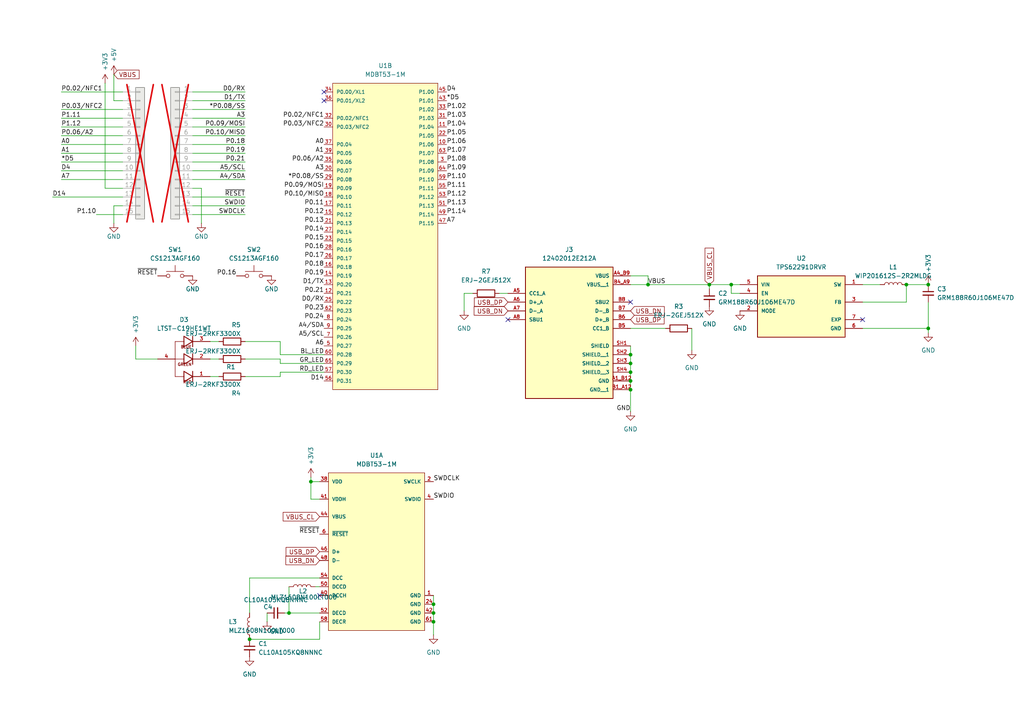
<source format=kicad_sch>
(kicad_sch (version 20231120) (generator "eeschema") (generator_version "8.0")
  (paper "A4")
  (title_block (date "2024-10-20"))
  (lib_symbols
    (symbol "12402012E212A:12402012E212A" (pin_names (offset 1.016))
      (property "Reference" "J" (at -12.7 13.462 0))
      (property "Value" "12402012E212A" (at -12.7 -26.162 0))
      (symbol "12402012E212A_0_0"
        (rectangle (start -12.7 -25.4) (end 12.7 12.7) (stroke (width 0.254)) (fill (type background)))
        (pin power_in line (at 17.78 -20.32 180) (length 5.08) (name "GND") (number "A1_B12"))
        (pin power_in line (at 17.78 10.16 180) (length 5.08) (name "VBUS") (number "A4_B9"))
        (pin bidirectional line (at -17.78 5.08 0) (length 5.08) (name "CC1_A") (number "A5"))
        (pin bidirectional line (at -17.78 2.54 0) (length 5.08) (name "D+_A") (number "A6"))
        (pin bidirectional line (at -17.78 0 0) (length 5.08) (name "D-_A") (number "A7"))
        (pin bidirectional line (at -17.78 -2.54 0) (length 5.08) (name "SBU1") (number "A8"))
        (pin power_in line (at 17.78 -22.86 180) (length 5.08) (name "GND__1") (number "B1_A12"))
        (pin power_in line (at 17.78 7.62 180) (length 5.08) (name "VBUS__1") (number "B4_A9"))
        (pin bidirectional line (at 17.78 -5.08 180) (length 5.08) (name "CC1_B") (number "B5"))
        (pin bidirectional line (at 17.78 -2.54 180) (length 5.08) (name "D+_B") (number "B6"))
        (pin bidirectional line (at 17.78 0 180) (length 5.08) (name "D-_B") (number "B7"))
        (pin bidirectional line (at 17.78 2.54 180) (length 5.08) (name "SBU2") (number "B8"))
        (pin passive line (at 17.78 -10.16 180) (length 5.08) (name "SHIELD") (number "SH1"))
        (pin passive line (at 17.78 -12.7 180) (length 5.08) (name "SHIELD__1") (number "SH2"))
        (pin passive line (at 17.78 -15.24 180) (length 5.08) (name "SHIELD__2") (number "SH3"))
        (pin passive line (at 17.78 -17.78 180) (length 5.08) (name "SHIELD__3") (number "SH4"))
      )
    )
    (symbol "Connector_Generic:Conn_01x15" (pin_names (offset 1.016) hide)
      (property "Reference" "J" (at 0 20.32 0))
      (property "Value" "Conn_01x15" (at 0 -20.32 0))
      (symbol "Conn_01x15_1_1"
        (rectangle (start -1.27 -17.653) (end 0 -17.907) (stroke (width 0.1524)))
        (rectangle (start -1.27 -15.113) (end 0 -15.367) (stroke (width 0.1524)))
        (rectangle (start -1.27 -12.573) (end 0 -12.827) (stroke (width 0.1524)))
        (rectangle (start -1.27 -10.033) (end 0 -10.287) (stroke (width 0.1524)))
        (rectangle (start -1.27 -7.493) (end 0 -7.747) (stroke (width 0.1524)))
        (rectangle (start -1.27 -4.953) (end 0 -5.207) (stroke (width 0.1524)))
        (rectangle (start -1.27 -2.413) (end 0 -2.667) (stroke (width 0.1524)))
        (rectangle (start -1.27 0.127) (end 0 -0.127) (stroke (width 0.1524)))
        (rectangle (start -1.27 2.667) (end 0 2.413) (stroke (width 0.1524)))
        (rectangle (start -1.27 5.207) (end 0 4.953) (stroke (width 0.1524)))
        (rectangle (start -1.27 7.747) (end 0 7.493) (stroke (width 0.1524)))
        (rectangle (start -1.27 10.287) (end 0 10.033) (stroke (width 0.1524)))
        (rectangle (start -1.27 12.827) (end 0 12.573) (stroke (width 0.1524)))
        (rectangle (start -1.27 15.367) (end 0 15.113) (stroke (width 0.1524)))
        (rectangle (start -1.27 17.907) (end 0 17.653) (stroke (width 0.1524)))
        (rectangle (start -1.27 19.05) (end 1.27 -19.05) (stroke (width 0.254)) (fill (type background)))
        (pin passive line (at -5.08 17.78 0) (length 3.81) (name "Pin_1") (number "1"))
        (pin passive line (at -5.08 -5.08 0) (length 3.81) (name "Pin_10") (number "10"))
        (pin passive line (at -5.08 -7.62 0) (length 3.81) (name "Pin_11") (number "11"))
        (pin passive line (at -5.08 -10.16 0) (length 3.81) (name "Pin_12") (number "12"))
        (pin passive line (at -5.08 -12.7 0) (length 3.81) (name "Pin_13") (number "13"))
        (pin passive line (at -5.08 -15.24 0) (length 3.81) (name "Pin_14") (number "14"))
        (pin passive line (at -5.08 -17.78 0) (length 3.81) (name "Pin_15") (number "15"))
        (pin passive line (at -5.08 15.24 0) (length 3.81) (name "Pin_2") (number "2"))
        (pin passive line (at -5.08 12.7 0) (length 3.81) (name "Pin_3") (number "3"))
        (pin passive line (at -5.08 10.16 0) (length 3.81) (name "Pin_4") (number "4"))
        (pin passive line (at -5.08 7.62 0) (length 3.81) (name "Pin_5") (number "5"))
        (pin passive line (at -5.08 5.08 0) (length 3.81) (name "Pin_6") (number "6"))
        (pin passive line (at -5.08 2.54 0) (length 3.81) (name "Pin_7") (number "7"))
        (pin passive line (at -5.08 0 0) (length 3.81) (name "Pin_8") (number "8"))
        (pin passive line (at -5.08 -2.54 0) (length 3.81) (name "Pin_9") (number "9"))
      )
    )
    (symbol "Device:C_Small" (pin_numbers hide) (pin_names (offset 0.254) hide)
      (property "Reference" "C" (at 0.254 1.778 0))
      (property "Value" "C_Small" (at 0.254 -2.032 0))
      (symbol "C_Small_0_1"
        (polyline (pts (xy -1.524 -0.508) (xy 1.524 -0.508)) (stroke (width 0.3302)))
        (polyline (pts (xy -1.524 0.508) (xy 1.524 0.508)) (stroke (width 0.3048)))
      )
      (symbol "C_Small_1_1"
        (pin passive line (at 0 2.54 270) (length 2.032) (name "~") (number "1"))
        (pin passive line (at 0 -2.54 90) (length 2.032) (name "~") (number "2"))
      )
    )
    (symbol "Device:L" (pin_numbers hide) (pin_names (offset 1.016) hide)
      (property "Reference" "L" (at -1.27 0 90))
      (property "Value" "L" (at 1.905 0 90))
      (symbol "L_0_1"
        (arc (start 0 -2.54) (mid 0.6323 -1.905) (end 0 -1.27))
        (arc (start 0 -1.27) (mid 0.6323 -0.635) (end 0 0))
        (arc (start 0 0) (mid 0.6323 0.635) (end 0 1.27))
        (arc (start 0 1.27) (mid 0.6323 1.905) (end 0 2.54))
      )
      (symbol "L_1_1"
        (pin passive line (at 0 3.81 270) (length 1.27) (name "1") (number "1"))
        (pin passive line (at 0 -3.81 90) (length 1.27) (name "2") (number "2"))
      )
    )
    (symbol "Device:R" (pin_numbers hide) (pin_names (offset 0))
      (property "Reference" "R" (at 2.032 0 90))
      (property "Value" "R" (at 0 0 90))
      (symbol "R_0_1"
        (rectangle (start -1.016 -2.54) (end 1.016 2.54) (stroke (width 0.254)))
      )
      (symbol "R_1_1"
        (pin passive line (at 0 3.81 270) (length 1.27) (name "~") (number "1"))
        (pin passive line (at 0 -3.81 90) (length 1.27) (name "~") (number "2"))
      )
    )
    (symbol "LTST-C19HE1WT:LTST-C19HE1WT" (pin_names (offset 1.016))
      (property "Reference" "D3" (at 2.5146 -11.43 0))
      (property "Value" "LTST-C19HE1WT" (at 2.5146 -8.89 0))
      (symbol "LTST-C19HE1WT_0_0"
        (polyline (pts (xy 0 -6.604) (xy 0 -3.556)) (stroke (width 0.254)))
        (polyline (pts (xy 0 -5.08) (xy 2.54 -6.604)) (stroke (width 0.254)))
        (polyline (pts (xy 0 -1.524) (xy 0 1.524)) (stroke (width 0.254)))
        (polyline (pts (xy 0 0) (xy 2.54 -1.524)) (stroke (width 0.254)))
        (polyline (pts (xy 0 3.556) (xy 0 6.604)) (stroke (width 0.254)))
        (polyline (pts (xy 0 5.08) (xy 2.54 3.556)) (stroke (width 0.254)))
        (polyline (pts (xy 2.54 -6.604) (xy 2.54 -5.08)) (stroke (width 0.254)))
        (polyline (pts (xy 2.54 -5.08) (xy 2.54 -3.556)) (stroke (width 0.254)))
        (polyline (pts (xy 2.54 -5.08) (xy 5.08 -5.08)) (stroke (width 0.1524)))
        (polyline (pts (xy 2.54 -3.556) (xy 0 -5.08)) (stroke (width 0.254)))
        (polyline (pts (xy 2.54 -1.524) (xy 2.54 0)) (stroke (width 0.254)))
        (polyline (pts (xy 2.54 0) (xy 2.54 1.524)) (stroke (width 0.254)))
        (polyline (pts (xy 2.54 1.524) (xy 0 0)) (stroke (width 0.254)))
        (polyline (pts (xy 2.54 3.556) (xy 2.54 5.08)) (stroke (width 0.254)))
        (polyline (pts (xy 2.54 5.08) (xy 2.54 6.604)) (stroke (width 0.254)))
        (polyline (pts (xy 2.54 6.604) (xy 0 5.08)) (stroke (width 0.254)))
        (polyline (pts (xy 5.08 -5.08) (xy 5.08 0)) (stroke (width 0.1524)))
        (polyline (pts (xy 5.08 0) (xy 2.54 0)) (stroke (width 0.1524)))
        (polyline (pts (xy 5.08 0) (xy 5.08 5.08)) (stroke (width 0.1524)))
        (polyline (pts (xy 5.08 5.08) (xy 2.54 5.08)) (stroke (width 0.1524)))
        (text "BLUE" (at 0.2543 -3.0511 0) (effects (font (size 0.8136 0.8136)) (justify left bottom)))
        (text "GREEN" (at 0.2544 2.0355 0) (effects (font (size 0.8142 0.8142)) (justify left bottom)))
        (text "RED" (at 0.2541 7.1161 0) (effects (font (size 0.8133 0.8133)) (justify left bottom)))
        (pin passive line (at -5.08 5.08 0) (length 5.08) (name "~") (number "1"))
        (pin passive line (at -5.08 0 0) (length 5.08) (name "~") (number "2"))
        (pin passive line (at -5.08 -5.08 0) (length 5.08) (name "~") (number "3"))
        (pin passive line (at 10.16 0 180) (length 5.08) (name "~") (number "4"))
      )
    )
    (symbol "Switch:SW_Push" (pin_numbers hide) (pin_names (offset 1.016) hide)
      (property "Reference" "SW" (at 1.27 2.54 0))
      (property "Value" "SW_Push" (at 0 -1.524 0))
      (symbol "SW_Push_0_1"
        (circle (center -2.032 0) (radius 0.508))
        (polyline (pts (xy 0 1.27) (xy 0 3.048)))
        (polyline (pts (xy 2.54 1.27) (xy -2.54 1.27)))
        (circle (center 2.032 0) (radius 0.508))
        (pin passive line (at -5.08 0 0) (length 2.54) (name "1") (number "1"))
        (pin passive line (at 5.08 0 180) (length 2.54) (name "2") (number "2"))
      )
    )
    (symbol "TPS62291DRVR:TPS62291DRVR" (pin_names (offset 1.016))
      (property "Reference" "U" (at -12.7 11.16 0))
      (property "Value" "TPS62291DRVR" (at -12.7 -10.16 0))
      (symbol "TPS62291DRVR_0_0"
        (rectangle (start -12.7 -7.62) (end 12.7 10.16) (stroke (width 0.254)) (fill (type background)))
        (pin output line (at 17.78 7.62 180) (length 5.08) (name "SW") (number "1"))
        (pin input line (at -17.78 0 0) (length 5.08) (name "MODE") (number "2"))
        (pin input line (at 17.78 2.54 180) (length 5.08) (name "FB") (number "3"))
        (pin input line (at -17.78 5.08 0) (length 5.08) (name "EN") (number "4"))
        (pin input line (at -17.78 7.62 0) (length 5.08) (name "VIN") (number "5"))
        (pin power_in line (at 17.78 -5.08 180) (length 5.08) (name "GND") (number "6"))
        (pin power_in line (at 17.78 -2.54 180) (length 5.08) (name "EXP") (number "7"))
      )
    )
    (symbol "eec:MDBT53-1M" (pin_names (offset 1.016))
      (property "Reference" "U" (at 0 5.08 0))
      (property "Value" "MDBT53-1M" (at 0 7.62 0))
      (symbol "MDBT53-1M_1_1"
        (rectangle (start 5.08 2.54) (end 33.02 -43.18) (fill (type background)))
        (pin power_in line (at 35.56 -33.02 180) (length 2.54) (name "GND") (number "1"))
        (pin input line (at 35.56 0 180) (length 2.54) (name "SWCLK") (number "2"))
        (pin power_in line (at 35.56 -35.56 180) (length 2.54) (name "GND") (number "24"))
        (pin power_in line (at 2.54 0 0) (length 2.54) (name "VDD") (number "38"))
        (pin input line (at 35.56 -5.08 180) (length 2.54) (name "SWDIO") (number "4"))
        (pin input line (at 2.54 -33.02 0) (length 2.54) (name "DCCH") (number "40"))
        (pin power_in line (at 2.54 -5.08 0) (length 2.54) (name "VDDH") (number "41"))
        (pin power_in line (at 35.56 -38.1 180) (length 2.54) (name "GND") (number "42"))
        (pin power_in line (at 2.54 -10.16 0) (length 2.54) (name "VBUS") (number "44"))
        (pin passive line (at 2.54 -20.32 0) (length 2.54) (name "D+") (number "46"))
        (pin passive line (at 2.54 -22.86 0) (length 2.54) (name "D-") (number "48"))
        (pin input line (at 2.54 -30.48 0) (length 2.54) (name "DCCD") (number "50"))
        (pin passive line (at 2.54 -38.1 0) (length 2.54) (name "DECD") (number "52"))
        (pin passive line (at 2.54 -27.94 0) (length 2.54) (name "DCC") (number "54"))
        (pin passive line (at 2.54 -40.64 0) (length 2.54) (name "DECR") (number "58"))
        (pin input line (at 2.54 -15.24 0) (length 2.54) (name "~{RESET}") (number "6"))
        (pin power_in line (at 35.56 -40.64 180) (length 2.54) (name "GND") (number "61"))
      )
      (symbol "MDBT53-1M_2_1"
        (rectangle (start 5.08 2.54) (end 35.56 -86.36) (fill (type background)))
        (pin bidirectional line (at 38.1 -15.24 180) (length 2.54) (name "P1.06") (number "10"))
        (pin bidirectional line (at 38.1 -10.16 180) (length 2.54) (name "P1.04") (number "11"))
        (pin bidirectional line (at 2.54 -58.42 0) (length 2.54) (name "P0.21") (number "12"))
        (pin bidirectional line (at 2.54 -55.88 0) (length 2.54) (name "P0.20") (number "13"))
        (pin bidirectional line (at 2.54 -53.34 0) (length 2.54) (name "P0.19") (number "14"))
        (pin bidirectional line (at 2.54 -35.56 0) (length 2.54) (name "P0.12") (number "15"))
        (pin bidirectional line (at 2.54 -50.8 0) (length 2.54) (name "P0.18") (number "16"))
        (pin bidirectional line (at 2.54 -33.02 0) (length 2.54) (name "P0.11") (number "17"))
        (pin bidirectional line (at 2.54 -30.48 0) (length 2.54) (name "P0.10") (number "18"))
        (pin bidirectional line (at 2.54 -27.94 0) (length 2.54) (name "P0.09") (number "19"))
        (pin bidirectional line (at 2.54 -22.86 0) (length 2.54) (name "P0.07") (number "20"))
        (pin bidirectional line (at 2.54 -38.1 0) (length 2.54) (name "P0.13") (number "21"))
        (pin bidirectional line (at 38.1 -12.7 180) (length 2.54) (name "P1.05") (number "22"))
        (pin bidirectional line (at 2.54 -43.18 0) (length 2.54) (name "P0.15") (number "23"))
        (pin bidirectional line (at 2.54 -60.96 0) (length 2.54) (name "P0.22") (number "25"))
        (pin bidirectional line (at 2.54 -48.26 0) (length 2.54) (name "P0.17") (number "26"))
        (pin bidirectional line (at 2.54 -40.64 0) (length 2.54) (name "P0.14") (number "27"))
        (pin bidirectional line (at 2.54 -45.72 0) (length 2.54) (name "P0.16") (number "28"))
        (pin bidirectional line (at 2.54 -25.4 0) (length 2.54) (name "P0.08") (number "29"))
        (pin bidirectional line (at 38.1 -20.32 180) (length 2.54) (name "P1.08") (number "3"))
        (pin bidirectional line (at 2.54 -10.16 0) (length 2.54) (name "P0.03/NFC2") (number "30"))
        (pin bidirectional line (at 38.1 -7.62 180) (length 2.54) (name "P1.03") (number "31"))
        (pin bidirectional line (at 2.54 -7.62 0) (length 2.54) (name "P0.02/NFC1") (number "32"))
        (pin bidirectional line (at 38.1 -5.08 180) (length 2.54) (name "P1.02") (number "33"))
        (pin bidirectional line (at 2.54 0 0) (length 2.54) (name "P0.00/XL1") (number "34"))
        (pin bidirectional line (at 2.54 -20.32 0) (length 2.54) (name "P0.06") (number "35"))
        (pin bidirectional line (at 2.54 -2.54 0) (length 2.54) (name "P0.01/XL2") (number "36"))
        (pin bidirectional line (at 2.54 -15.24 0) (length 2.54) (name "P0.04") (number "37"))
        (pin bidirectional line (at 2.54 -17.78 0) (length 2.54) (name "P0.05") (number "39"))
        (pin bidirectional line (at 38.1 -2.54 180) (length 2.54) (name "P1.01") (number "43"))
        (pin bidirectional line (at 38.1 0 180) (length 2.54) (name "P1.00") (number "45"))
        (pin bidirectional line (at 38.1 -38.1 180) (length 2.54) (name "P1.15") (number "47"))
        (pin bidirectional line (at 38.1 -35.56 180) (length 2.54) (name "P1.14") (number "49"))
        (pin bidirectional line (at 2.54 -73.66 0) (length 2.54) (name "P0.27") (number "5"))
        (pin bidirectional line (at 38.1 -33.02 180) (length 2.54) (name "P1.13") (number "51"))
        (pin bidirectional line (at 38.1 -30.48 180) (length 2.54) (name "P1.12") (number "53"))
        (pin bidirectional line (at 38.1 -27.94 180) (length 2.54) (name "P1.11") (number "55"))
        (pin bidirectional line (at 2.54 -83.82 0) (length 2.54) (name "P0.31") (number "56"))
        (pin bidirectional line (at 2.54 -81.28 0) (length 2.54) (name "P0.30") (number "57"))
        (pin bidirectional line (at 38.1 -25.4 180) (length 2.54) (name "P1.10") (number "59"))
        (pin bidirectional line (at 2.54 -76.2 0) (length 2.54) (name "P0.28") (number "60"))
        (pin bidirectional line (at 2.54 -63.5 0) (length 2.54) (name "P0.23") (number "62"))
        (pin bidirectional line (at 38.1 -17.78 180) (length 2.54) (name "P1.07") (number "63"))
        (pin bidirectional line (at 38.1 -22.86 180) (length 2.54) (name "P1.09") (number "64"))
        (pin bidirectional line (at 2.54 -78.74 0) (length 2.54) (name "P0.29") (number "65"))
        (pin bidirectional line (at 2.54 -71.12 0) (length 2.54) (name "P0.26") (number "7"))
        (pin bidirectional line (at 2.54 -66.04 0) (length 2.54) (name "P0.24") (number "8"))
        (pin bidirectional line (at 2.54 -68.58 0) (length 2.54) (name "P0.25") (number "9"))
      )
    )
    (symbol "power:+3.3V" (power) (pin_numbers hide) (pin_names (offset 0) hide)
      (property "Value" "+3.3V" (at 0 3.556 0))
      (symbol "+3.3V_0_1"
        (polyline (pts (xy -0.762 1.27) (xy 0 2.54)))
        (polyline (pts (xy 0 0) (xy 0 2.54)))
        (polyline (pts (xy 0 2.54) (xy 0.762 1.27)))
      )
      (symbol "+3.3V_1_1"
        (pin power_in line (at 0 0 90) (length 0) (name "~") (number "1"))
      )
    )
    (symbol "power:+5V" (power) (pin_numbers hide) (pin_names (offset 0) hide)
      (property "Value" "+5V" (at 0 3.556 0))
      (symbol "+5V_0_1"
        (polyline (pts (xy -0.762 1.27) (xy 0 2.54)))
        (polyline (pts (xy 0 0) (xy 0 2.54)))
        (polyline (pts (xy 0 2.54) (xy 0.762 1.27)))
      )
      (symbol "+5V_1_1"
        (pin power_in line (at 0 0 90) (length 0) (name "~") (number "1"))
      )
    )
    (symbol "power:GND" (power) (pin_numbers hide) (pin_names (offset 0) hide)
      (property "Value" "GND" (at 0 -3.81 0))
      (symbol "GND_0_1"
        (polyline (pts (xy 0 0) (xy 0 -1.27) (xy 1.27 -1.27) (xy 0 -2.54) (xy -1.27 -1.27) (xy 0 -1.27)))
      )
      (symbol "GND_1_1"
        (pin power_in line (at 0 0 270) (length 0) (name "~") (number "1"))
      )
    )
  )
  (junction (at 262.89 82.55))
  (junction (at 182.88 110.49))
  (junction (at 83.82 177.8))
  (junction (at 212.09 82.55))
  (junction (at 269.24 82.55))
  (junction (at 182.88 102.87))
  (junction (at 90.17 139.7))
  (junction (at 125.73 177.8))
  (junction (at 182.88 105.41))
  (junction (at 72.39 185.42))
  (junction (at 187.96 82.55))
  (junction (at 182.88 113.03))
  (junction (at 125.73 175.26))
  (junction (at 125.73 180.34))
  (junction (at 269.24 95.25))
  (junction (at 205.74 82.55))
  (junction (at 182.88 107.95))
  (no_connect (at 93.98 26.67))
  (no_connect (at 250.19 92.71))
  (no_connect (at 93.98 29.21))
  (no_connect (at 92.71 172.72))
  (no_connect (at 147.32 92.71))
  (no_connect (at 182.88 87.63))
  (wire (pts (xy 55.88 59.69) (xy 71.12 59.69)))
  (wire (pts (xy 81.28 105.41) (xy 93.98 105.41)))
  (wire (pts (xy 35.56 29.21) (xy 33.02 29.21)))
  (wire (pts (xy 39.37 104.14) (xy 39.37 100.33)))
  (wire (pts (xy 72.39 167.64) (xy 72.39 177.8)))
  (wire (pts (xy 77.47 177.8) (xy 77.47 180.34)))
  (wire (pts (xy 30.48 24.13) (xy 30.48 54.61)))
  (wire (pts (xy 17.78 39.37) (xy 35.56 39.37)))
  (wire (pts (xy 17.78 44.45) (xy 35.56 44.45)))
  (wire (pts (xy 214.63 85.09) (xy 212.09 85.09)))
  (wire (pts (xy 35.56 54.61) (xy 30.48 54.61)))
  (wire (pts (xy 269.24 95.25) (xy 269.24 96.52)))
  (wire (pts (xy 92.71 144.78) (xy 90.17 144.78)))
  (wire (pts (xy 200.66 95.25) (xy 200.66 101.6)))
  (wire (pts (xy 212.09 82.55) (xy 214.63 82.55)))
  (wire (pts (xy 137.16 85.09) (xy 134.62 85.09)))
  (wire (pts (xy 17.78 41.91) (xy 35.56 41.91)))
  (wire (pts (xy 55.88 31.75) (xy 71.12 31.75)))
  (wire (pts (xy 144.78 85.09) (xy 147.32 85.09)))
  (wire (pts (xy 125.73 177.8) (xy 125.73 180.34)))
  (wire (pts (xy 60.96 99.06) (xy 63.5 99.06)))
  (wire (pts (xy 187.96 82.55) (xy 205.74 82.55)))
  (wire (pts (xy 187.96 80.01) (xy 187.96 82.55)))
  (wire (pts (xy 71.12 99.06) (xy 81.28 99.06)))
  (wire (pts (xy 55.88 36.83) (xy 71.12 36.83)))
  (wire (pts (xy 81.28 104.14) (xy 81.28 105.41)))
  (wire (pts (xy 81.28 109.22) (xy 81.28 107.95)))
  (wire (pts (xy 182.88 107.95) (xy 182.88 110.49)))
  (wire (pts (xy 182.88 80.01) (xy 187.96 80.01)))
  (wire (pts (xy 55.88 39.37) (xy 71.12 39.37)))
  (wire (pts (xy 83.82 177.8) (xy 92.71 177.8)))
  (wire (pts (xy 55.88 52.07) (xy 71.12 52.07)))
  (wire (pts (xy 83.82 170.18) (xy 83.82 177.8)))
  (wire (pts (xy 90.17 139.7) (xy 92.71 139.7)))
  (wire (pts (xy 269.24 87.63) (xy 269.24 95.25)))
  (wire (pts (xy 45.72 104.14) (xy 39.37 104.14)))
  (wire (pts (xy 92.71 185.42) (xy 92.71 180.34)))
  (wire (pts (xy 90.17 144.78) (xy 90.17 139.7)))
  (wire (pts (xy 134.62 85.09) (xy 134.62 90.17)))
  (wire (pts (xy 72.39 185.42) (xy 92.71 185.42)))
  (wire (pts (xy 182.88 82.55) (xy 187.96 82.55)))
  (wire (pts (xy 71.12 104.14) (xy 81.28 104.14)))
  (wire (pts (xy 125.73 175.26) (xy 125.73 177.8)))
  (wire (pts (xy 55.88 44.45) (xy 71.12 44.45)))
  (wire (pts (xy 33.02 21.59) (xy 33.02 29.21)))
  (wire (pts (xy 55.88 54.61) (xy 58.42 54.61)))
  (wire (pts (xy 250.19 95.25) (xy 269.24 95.25)))
  (wire (pts (xy 55.88 26.67) (xy 71.12 26.67)))
  (wire (pts (xy 35.56 62.23) (xy 27.94 62.23)))
  (wire (pts (xy 15.24 57.15) (xy 35.56 57.15)))
  (wire (pts (xy 125.73 180.34) (xy 125.73 184.15)))
  (wire (pts (xy 55.88 41.91) (xy 71.12 41.91)))
  (wire (pts (xy 55.88 46.99) (xy 71.12 46.99)))
  (wire (pts (xy 262.89 87.63) (xy 262.89 82.55)))
  (wire (pts (xy 182.88 113.03) (xy 182.88 119.38)))
  (wire (pts (xy 90.17 138.43) (xy 90.17 139.7)))
  (wire (pts (xy 205.74 82.55) (xy 205.74 83.82)))
  (wire (pts (xy 17.78 34.29) (xy 35.56 34.29)))
  (wire (pts (xy 182.88 102.87) (xy 182.88 105.41)))
  (wire (pts (xy 17.78 26.67) (xy 35.56 26.67)))
  (wire (pts (xy 55.88 49.53) (xy 71.12 49.53)))
  (wire (pts (xy 72.39 167.64) (xy 92.71 167.64)))
  (wire (pts (xy 262.89 82.55) (xy 269.24 82.55)))
  (wire (pts (xy 81.28 99.06) (xy 81.28 102.87)))
  (wire (pts (xy 182.88 95.25) (xy 193.04 95.25)))
  (wire (pts (xy 182.88 100.33) (xy 182.88 102.87)))
  (wire (pts (xy 182.88 105.41) (xy 182.88 107.95)))
  (wire (pts (xy 17.78 52.07) (xy 35.56 52.07)))
  (wire (pts (xy 17.78 46.99) (xy 35.56 46.99)))
  (wire (pts (xy 60.96 104.14) (xy 63.5 104.14)))
  (wire (pts (xy 81.28 102.87) (xy 93.98 102.87)))
  (wire (pts (xy 81.28 107.95) (xy 93.98 107.95)))
  (wire (pts (xy 17.78 31.75) (xy 35.56 31.75)))
  (wire (pts (xy 55.88 34.29) (xy 71.12 34.29)))
  (wire (pts (xy 55.88 57.15) (xy 71.12 57.15)))
  (wire (pts (xy 182.88 110.49) (xy 182.88 113.03)))
  (wire (pts (xy 58.42 54.61) (xy 58.42 64.77)))
  (wire (pts (xy 55.88 62.23) (xy 71.12 62.23)))
  (wire (pts (xy 82.55 177.8) (xy 83.82 177.8)))
  (wire (pts (xy 205.74 82.55) (xy 212.09 82.55)))
  (wire (pts (xy 125.73 172.72) (xy 125.73 175.26)))
  (wire (pts (xy 71.12 109.22) (xy 81.28 109.22)))
  (wire (pts (xy 17.78 49.53) (xy 35.56 49.53)))
  (wire (pts (xy 212.09 82.55) (xy 212.09 85.09)))
  (wire (pts (xy 91.44 170.18) (xy 92.71 170.18)))
  (wire (pts (xy 60.96 109.22) (xy 63.5 109.22)))
  (wire (pts (xy 250.19 82.55) (xy 255.27 82.55)))
  (wire (pts (xy 33.02 59.69) (xy 33.02 64.77)))
  (wire (pts (xy 35.56 59.69) (xy 33.02 59.69)))
  (wire (pts (xy 17.78 36.83) (xy 35.56 36.83)))
  (wire (pts (xy 55.88 29.21) (xy 71.12 29.21)))
  (wire (pts (xy 250.19 87.63) (xy 262.89 87.63)))
  (label "P1.04" (at 129.54 36.83 0))
  (label "P1.02" (at 129.54 31.75 0))
  (label "P0.03{slash}NFC2" (at 17.78 31.75 0))
  (label "P0.09{slash}MOSI" (at 93.98 54.61 180))
  (label "P0.16" (at 93.98 72.39 180))
  (label "BL_LED" (at 93.98 102.87 180))
  (label "P1.10" (at 27.94 62.23 180))
  (label "P1.14" (at 129.54 62.23 0))
  (label "P0.17" (at 93.98 74.93 180))
  (label "P0.14" (at 93.98 67.31 180))
  (label "P0.18" (at 71.12 41.91 180))
  (label "P0.21" (at 93.98 85.09 180))
  (label "RD_LED" (at 93.98 107.95 180))
  (label "P0.10{slash}MISO" (at 71.12 39.37 180))
  (label "A4{slash}SDA" (at 71.12 52.07 180))
  (label "P0.15" (at 93.98 69.85 180))
  (label "P1.07" (at 129.54 44.45 0))
  (label "P0.02{slash}NFC1" (at 93.98 34.29 180))
  (label "P0.13" (at 93.98 64.77 180))
  (label "P1.11" (at 17.78 34.29 0))
  (label "A7" (at 17.78 52.07 0))
  (label "D0{slash}RX" (at 71.12 26.67 180))
  (label "P1.03" (at 129.54 34.29 0))
  (label "A1" (at 93.98 44.45 180))
  (label "A0" (at 17.78 41.91 0))
  (label "P1.09" (at 129.54 49.53 0))
  (label "P0.19" (at 71.12 44.45 180))
  (label "D0{slash}RX" (at 93.98 87.63 180))
  (label "A7" (at 129.54 64.77 0))
  (label "P0.10{slash}MISO" (at 93.98 57.15 180))
  (label "A6" (at 93.98 100.33 180))
  (label "D14" (at 15.24 57.15 0))
  (label "P0.19" (at 93.98 80.01 180))
  (label "A1" (at 17.78 44.45 0))
  (label "P1.05" (at 129.54 39.37 0))
  (label "P0.06{slash}A2" (at 93.98 46.99 180))
  (label "SWDCLK" (at 71.12 62.23 180))
  (label "P1.12" (at 17.78 36.83 0))
  (label "VBUS" (at 193.04 82.55 180))
  (label "P1.11" (at 129.54 54.61 0))
  (label "P0.06{slash}A2" (at 17.78 39.37 0))
  (label "P0.23" (at 93.98 90.17 180))
  (label "P0.12" (at 93.98 62.23 180))
  (label "P0.02{slash}NFC1" (at 17.78 26.67 0))
  (label "P1.06" (at 129.54 41.91 0))
  (label "A5{slash}SCL" (at 93.98 97.79 180))
  (label "A5{slash}SCL" (at 71.12 49.53 180))
  (label "GND" (at 182.88 119.38 180))
  (label "D1{slash}TX" (at 93.98 82.55 180))
  (label "P1.12" (at 129.54 57.15 0))
  (label "D4" (at 17.78 49.53 0))
  (label "~{RESET}" (at 71.12 57.15 180))
  (label "D14" (at 93.98 110.49 180))
  (label "*D5" (at 129.54 29.21 0))
  (label "*P0.08{slash}SS" (at 93.98 52.07 180))
  (label "A3" (at 71.12 34.29 180))
  (label "D4" (at 129.54 26.67 0))
  (label "~{RESET}" (at 92.71 154.94 180))
  (label "SWDIO" (at 71.12 59.69 180))
  (label "P0.16" (at 68.58 80.01 180))
  (label "~{RESET}" (at 45.72 80.01 180))
  (label "P0.11" (at 93.98 59.69 180))
  (label "D1{slash}TX" (at 71.12 29.21 180))
  (label "P1.13" (at 129.54 59.69 0))
  (label "P0.21" (at 71.12 46.99 180))
  (label "A0" (at 93.98 41.91 180))
  (label "*D5" (at 17.78 46.99 0))
  (label "P0.03{slash}NFC2" (at 93.98 36.83 180))
  (label "A4{slash}SDA" (at 93.98 95.25 180))
  (label "A3" (at 93.98 49.53 180))
  (label "SWDCLK" (at 125.73 139.7 0))
  (label "SWDIO" (at 125.73 144.78 0))
  (label "*P0.08{slash}SS" (at 71.12 31.75 180))
  (label "P0.18" (at 93.98 77.47 180))
  (label "P1.10" (at 129.54 52.07 0))
  (label "GR_LED" (at 93.98 105.41 180))
  (label "P1.08" (at 129.54 46.99 0))
  (label "P0.24" (at 93.98 92.71 180))
  (label "P0.09{slash}MOSI" (at 71.12 36.83 180))
  (global_label "USB_DP" (shape input) (at 92.71 160.02 180) (property "Intersheetrefs" "${INTERSHEET_REFS}" (effects (hide yes))))
  (global_label "USB_DP" (shape input) (at 147.32 87.63 180) (property "Intersheetrefs" "${INTERSHEET_REFS}" (effects (hide yes))))
  (global_label "VBUS" (shape input) (at 33.02 21.59 0) (property "Intersheetrefs" "${INTERSHEET_REFS}" (effects (hide yes))))
  (global_label "VBUS_CL" (shape input) (at 92.71 149.86 180) (property "Intersheetrefs" "${INTERSHEET_REFS}" (effects (hide yes))))
  (global_label "VBUS_CL" (shape input) (at 205.74 82.55 90) (property "Intersheetrefs" "${INTERSHEET_REFS}" (effects (hide yes))))
  (global_label "USB_DP" (shape input) (at 182.88 92.71 0) (property "Intersheetrefs" "${INTERSHEET_REFS}" (effects (hide yes))))
  (global_label "USB_DN" (shape input) (at 92.71 162.56 180) (property "Intersheetrefs" "${INTERSHEET_REFS}" (effects (hide yes))))
  (global_label "USB_DN" (shape input) (at 182.88 90.17 0) (property "Intersheetrefs" "${INTERSHEET_REFS}" (effects (hide yes))))
  (global_label "USB_DN" (shape input) (at 147.32 90.17 180) (property "Intersheetrefs" "${INTERSHEET_REFS}" (effects (hide yes))))
  (symbol (lib_id "Connector_Generic:Conn_01x15") (at 40.64 44.45 0) (unit 1) (dnp yes)
    (property "Reference" "J1" (effects (hide yes)))
    (property "Value" "Analog" (effects (hide yes)))
    (property "Footprint" "Connector_PinHeader_2.54mm:PinHeader_1x15_P2.54mm_Vertical" (effects (hide yes)))
    (property "Description" "Generic connector, single row, 01x15, script generated (kicad-library-utils/schlib/autogen/connector/)" (effects (hide yes)))
  )
  (symbol (lib_id "Connector_Generic:Conn_01x15") (at 50.8 44.45 0) (mirror y) (unit 1) (dnp yes)
    (property "Reference" "J2" (effects (hide yes)))
    (property "Value" "Digital" (effects (hide yes)))
    (property "Footprint" "Connector_PinHeader_2.54mm:PinHeader_1x15_P2.54mm_Vertical" (effects (hide yes)))
    (property "Description" "Generic connector, single row, 01x15, script generated (kicad-library-utils/schlib/autogen/connector/)" (effects (hide yes)))
  )
  (symbol (lib_id "power:GND") (at 134.62 90.17 0) (unit 1)
    (property "Reference" "#PWR016" (effects (hide yes)))
    (property "Value" "GND" (at 134.62 95.25 0))
    (property "Description" "Power symbol creates a global label with name \"GND\" , ground" (effects (hide yes)))
  )
  (symbol (lib_id "power:GND") (at 78.74 80.01 0) (unit 1)
    (property "Reference" "#PWR07" (effects (hide yes)))
    (property "Value" "GND" (at 78.74 83.82 0))
    (property "Description" "Power symbol creates a global label with name \"GND\" , ground" (effects (hide yes)))
  )
  (symbol (lib_id "power:GND") (at 77.47 180.34 0) (unit 1)
    (property "Reference" "#PWR014" (effects (hide yes)))
    (property "Value" "GND" (at 80.264 183.134 0))
    (property "Description" "Power symbol creates a global label with name \"GND\" , ground" (effects (hide yes)))
  )
  (symbol (lib_id "Device:L") (at 87.63 170.18 90) (unit 1)
    (property "Reference" "L2" (at 87.884 171.45 90))
    (property "Value" "MLZ1608N100LT000" (at 88.138 173.228 90))
    (property "Footprint" "Inductor_SMD:L_0603_1608Metric_Pad1.05x0.95mm_HandSolder" (effects (hide yes)))
    (property "Description" "Inductor" (effects (hide yes)))
  )
  (symbol (lib_id "Device:C_Small") (at 269.24 85.09 0) (unit 1)
    (property "Reference" "C3" (at 271.78 83.8262 0) (effects (justify left)))
    (property "Value" "GRM188R60J106ME47D" (at 271.78 86.3662 0) (effects (justify left)))
    (property "Footprint" "Capacitor_SMD:C_0603_1608Metric_Pad1.08x0.95mm_HandSolder" (effects (hide yes)))
    (property "Description" "Unpolarized capacitor, small symbol" (effects (hide yes)))
  )
  (symbol (lib_id "Device:C_Small") (at 72.39 187.96 0) (unit 1)
    (property "Reference" "C1" (at 74.93 186.6962 0) (effects (justify left)))
    (property "Value" "CL10A105KQ8NNNC" (at 74.93 189.2362 0) (effects (justify left)))
    (property "Footprint" "Capacitor_SMD:C_0603_1608Metric_Pad1.08x0.95mm_HandSolder" (effects (hide yes)))
    (property "Description" "Unpolarized capacitor, small symbol" (effects (hide yes)))
  )
  (symbol (lib_id "TPS62291DRVR:TPS62291DRVR") (at 232.41 90.17 0) (unit 1)
    (property "Reference" "U2" (at 232.41 74.93 0))
    (property "Value" "TPS62291DRVR" (at 232.41 77.47 0))
    (property "Footprint" "Package_SON:WSON-6-1EP_2x2mm_P0.65mm_EP1x1.6mm_ThermalVias" (effects (hide yes)))
    (property "PARTREV" "G" (effects (hide yes)))
    (property "STANDARD" "Manufacturer Recommendations" (effects (hide yes)))
    (property "SNAPEDA_PACKAGE_ID" "102608" (effects (hide yes)))
    (property "MAXIMUM_PACKAGE_HEIGHT" "0.8 mm" (effects (hide yes)))
    (property "MANUFACTURER" "Texas Instruments" (effects (hide yes)))
  )
  (symbol (lib_id "Device:L") (at 72.39 181.61 180) (unit 1)
    (property "Reference" "L3" (at 66.294 180.34 0) (effects (justify right)))
    (property "Value" "MLZ1608N100LT000" (at 66.294 182.88 0) (effects (justify right)))
    (property "Footprint" "Inductor_SMD:L_0603_1608Metric_Pad1.05x0.95mm_HandSolder" (effects (hide yes)))
    (property "Description" "Inductor" (effects (hide yes)))
  )
  (symbol (lib_id "power:+5V") (at 33.02 21.59 0) (unit 1)
    (property "Reference" "#PWR011" (effects (hide yes)))
    (property "Value" "+5V" (at 33.02 18.034 90) (effects (justify left)))
    (property "Description" "Power symbol creates a global label with name \"+5V\"" (effects (hide yes)))
  )
  (symbol (lib_id "power:GND") (at 55.88 80.01 0) (unit 1)
    (property "Reference" "#PWR05" (effects (hide yes)))
    (property "Value" "GND" (at 55.88 83.82 0))
    (property "Description" "Power symbol creates a global label with name \"GND\" , ground" (effects (hide yes)))
  )
  (symbol (lib_id "12402012E212A:12402012E212A") (at 165.1 90.17 0) (unit 1)
    (property "Reference" "J3" (at 165.1 72.39 0))
    (property "Value" "12402012E212A" (at 165.1 74.93 0))
    (property "Footprint" "12402012E212A:AMPHENOL_12402012E212A" (effects (hide yes)))
    (property "PARTREV" "4" (effects (hide yes)))
    (property "STANDARD" "Manufacturer Recommendations" (effects (hide yes)))
    (property "MAXIMUM_PACKAGE_HEIGHT" "3.26 mm" (effects (hide yes)))
    (property "MANUFACTURER" "Amphenol" (effects (hide yes)))
  )
  (symbol (lib_id "Device:R") (at 67.31 99.06 90) (mirror x) (unit 1)
    (property "Reference" "R5" (at 69.85 94.234 90) (effects (justify left)))
    (property "Value" "ERJ-2RKF3300X" (at 69.85 96.774 90) (effects (justify left)))
    (property "Footprint" "Resistor_SMD:R_0402_1005Metric_Pad0.72x0.64mm_HandSolder" (effects (hide yes)))
    (property "Description" "Resistor" (effects (hide yes)))
  )
  (symbol (lib_id "Device:R") (at 196.85 95.25 270) (unit 1)
    (property "Reference" "R3" (at 196.85 88.9 90))
    (property "Value" "ERJ-2GEJ512X" (at 196.85 91.44 90))
    (property "Footprint" "Resistor_SMD:R_0402_1005Metric_Pad0.72x0.64mm_HandSolder" (effects (hide yes)))
    (property "Description" "Resistor" (effects (hide yes)))
  )
  (symbol (lib_id "eec:MDBT53-1M") (at 91.44 26.67 0) (unit 2)
    (property "Reference" "U1" (at 111.76 19.05 0))
    (property "Value" "MDBT53-1M" (at 111.76 21.59 0))
    (property "Footprint" "eec:Raytac-MDBT53-1M-MFG" (effects (hide yes)))
    (property "Datasheet" "https://www.raytac.com/product/ins.php?index_id=121" (effects (hide yes)))
    (property "Description" "MDBT53-1M" (effects (hide yes)))
    (property "bandwidth" "140MHz" (effects (hide yes)))
    (property "category" "IC" (effects (hide yes)))
    (property "data rate" "2Mbits/s" (effects (hide yes)))
    (property "device class L1" "Integrated Circuits (ICs)" (effects (hide yes)))
    (property "device class L2" "RF Semiconductors and Devices" (effects (hide yes)))
    (property "device class L3" "Transceivers" (effects (hide yes)))
    (property "digikey description" "NORDIC NRF5340 CHIP ANTENNA MODU" (effects (hide yes)))
    (property "digikey part number" "3271-MDBT53-1M-ND" (effects (hide yes)))
    (property "height" "2.05mm" (effects (hide yes)))
    (property "interface" "I2C,SPI,UART,USB,I2S,Other" (effects (hide yes)))
    (property "lead free" "Yes" (effects (hide yes)))
    (property "library id" "2de1ce7cb2b8546f" (effects (hide yes)))
    (property "manufacturer" "Raytac" (effects (hide yes)))
    (property "max frequency" "2500MHz" (effects (hide yes)))
    (property "max supply voltage" "5.5V" (effects (hide yes)))
    (property "min supply voltage" "1.7V" (effects (hide yes)))
    (property "number of GPIO" "48" (effects (hide yes)))
    (property "package" "MODULE" (effects (hide yes)))
    (property "receiving current" "7.9mA" (effects (hide yes)))
    (property "rohs" "Yes" (effects (hide yes)))
    (property "sensitivity" "-104dBm" (effects (hide yes)))
    (property "temperature range high" "+105°C" (effects (hide yes)))
    (property "temperature range low" "-40°C" (effects (hide yes)))
    (property "transmitting current" "11.3mA" (effects (hide yes)))
  )
  (symbol (lib_id "Device:C_Small") (at 205.74 86.36 0) (unit 1)
    (property "Reference" "C2" (at 208.28 85.0962 0) (effects (justify left)))
    (property "Value" "GRM188R60J106ME47D" (at 208.28 87.6362 0) (effects (justify left)))
    (property "Footprint" "Capacitor_SMD:C_0603_1608Metric_Pad1.08x0.95mm_HandSolder" (effects (hide yes)))
    (property "Description" "Unpolarized capacitor, small symbol" (effects (hide yes)))
  )
  (symbol (lib_id "power:GND") (at 214.63 90.17 0) (unit 1)
    (property "Reference" "#PWR03" (effects (hide yes)))
    (property "Value" "GND" (at 214.63 95.25 0))
    (property "Description" "Power symbol creates a global label with name \"GND\" , ground" (effects (hide yes)))
  )
  (symbol (lib_id "Device:L") (at 259.08 82.55 90) (unit 1)
    (property "Reference" "L1" (at 259.08 77.47 90))
    (property "Value" "WIP201612S-2R2MLDG" (at 259.08 80.01 90))
    (property "Footprint" "Inductor_SMD:L_0805_2012Metric_Pad1.15x1.40mm_HandSolder" (effects (hide yes)))
    (property "Description" "Inductor" (effects (hide yes)))
  )
  (symbol (lib_id "power:+3.3V") (at 90.17 138.43 0) (unit 1)
    (property "Reference" "#PWR010" (effects (hide yes)))
    (property "Value" "+3V3" (at 90.17 134.874 90) (effects (justify left)))
    (property "Description" "Power symbol creates a global label with name \"+3.3V\"" (effects (hide yes)))
  )
  (symbol (lib_id "power:+3.3V") (at 39.37 100.33 0) (unit 1)
    (property "Reference" "#PWR06" (effects (hide yes)))
    (property "Value" "+3V3" (at 39.37 96.774 90) (effects (justify left)))
    (property "Description" "Power symbol creates a global label with name \"+3.3V\"" (effects (hide yes)))
  )
  (symbol (lib_id "Device:R") (at 67.31 104.14 90) (mirror x) (unit 1)
    (property "Reference" "R1" (at 68.326 106.426 90) (effects (justify left)))
    (property "Value" "ERJ-2RKF3300X" (at 69.85 101.854 90) (effects (justify left)))
    (property "Footprint" "Resistor_SMD:R_0402_1005Metric_Pad0.72x0.64mm_HandSolder" (effects (hide yes)))
    (property "Description" "Resistor" (effects (hide yes)))
  )
  (symbol (lib_id "power:GND") (at 269.24 96.52 0) (unit 1)
    (property "Reference" "#PWR013" (effects (hide yes)))
    (property "Value" "GND" (at 269.24 101.6 0))
    (property "Description" "Power symbol creates a global label with name \"GND\" , ground" (effects (hide yes)))
  )
  (symbol (lib_id "power:+3.3V") (at 269.24 82.55 0) (unit 1)
    (property "Reference" "#PWR02" (effects (hide yes)))
    (property "Value" "+3V3" (at 269.24 78.994 90) (effects (justify left)))
    (property "Description" "Power symbol creates a global label with name \"+3.3V\"" (effects (hide yes)))
  )
  (symbol (lib_id "power:GND") (at 72.39 190.5 0) (unit 1)
    (property "Reference" "#PWR08" (effects (hide yes)))
    (property "Value" "GND" (at 72.39 195.58 0))
    (property "Description" "Power symbol creates a global label with name \"GND\" , ground" (effects (hide yes)))
  )
  (symbol (lib_id "Device:R") (at 140.97 85.09 270) (unit 1)
    (property "Reference" "R7" (at 140.97 78.74 90))
    (property "Value" "ERJ-2GEJ512X" (at 140.97 81.28 90))
    (property "Footprint" "Resistor_SMD:R_0402_1005Metric_Pad0.72x0.64mm_HandSolder" (effects (hide yes)))
    (property "Description" "Resistor" (effects (hide yes)))
  )
  (symbol (lib_id "power:GND") (at 182.88 119.38 0) (mirror y) (unit 1)
    (property "Reference" "#PWR04" (effects (hide yes)))
    (property "Value" "GND" (at 182.88 124.46 0))
    (property "Description" "Power symbol creates a global label with name \"GND\" , ground" (effects (hide yes)))
  )
  (symbol (lib_id "Switch:SW_Push") (at 73.66 80.01 0) (unit 1)
    (property "Reference" "SW2" (at 73.66 72.39 0))
    (property "Value" "CS1213AGF160" (at 73.66 74.93 0))
    (property "Footprint" "footprints:SW_CS1213AGF260_CRS" (effects (hide yes)))
    (property "Description" "Push button switch, generic, two pins" (effects (hide yes)))
  )
  (symbol (lib_id "Device:C_Small") (at 80.01 177.8 90) (unit 1)
    (property "Reference" "C4" (at 77.724 176.022 90))
    (property "Value" "CL10A105KQ8NNNC" (at 80.0163 173.99 90))
    (property "Footprint" "Capacitor_SMD:C_0603_1608Metric_Pad1.08x0.95mm_HandSolder" (effects (hide yes)))
    (property "Description" "Unpolarized capacitor, small symbol" (effects (hide yes)))
  )
  (symbol (lib_id "power:+3.3V") (at 30.48 24.13 0) (unit 1)
    (property "Reference" "#PWR012" (effects (hide yes)))
    (property "Value" "+3V3" (at 30.48 20.574 90) (effects (justify left)))
    (property "Description" "Power symbol creates a global label with name \"+3.3V\"" (effects (hide yes)))
  )
  (symbol (lib_id "power:GND") (at 58.42 64.77 0) (unit 1)
    (property "Reference" "#PWR0105" (effects (hide yes)))
    (property "Value" "GND" (at 58.42 68.58 0))
    (property "Description" "Power symbol creates a global label with name \"GND\" , ground" (effects (hide yes)))
  )
  (symbol (lib_id "Switch:SW_Push") (at 50.8 80.01 0) (unit 1)
    (property "Reference" "SW1" (at 50.8 72.39 0))
    (property "Value" "CS1213AGF160" (at 50.8 74.93 0))
    (property "Footprint" "footprints:SW_CS1213AGF260_CRS" (effects (hide yes)))
    (property "Description" "Push button switch, generic, two pins" (effects (hide yes)))
  )
  (symbol (lib_id "power:GND") (at 125.73 184.15 0) (unit 1)
    (property "Reference" "#PWR01" (effects (hide yes)))
    (property "Value" "GND" (at 125.73 189.23 0))
    (property "Description" "Power symbol creates a global label with name \"GND\" , ground" (effects (hide yes)))
  )
  (symbol (lib_id "LTST-C19HE1WT:LTST-C19HE1WT") (at 55.88 104.14 180) (unit 1)
    (property "Reference" "D3" (at 53.3654 92.71 0))
    (property "Value" "LTST-C19HE1WT" (at 53.3654 95.25 0))
    (property "Footprint" "LED_SMD:LED_LiteOn_LTST-C19HE1WT" (effects (hide yes)))
    (property "MF" "Lite-On Inc." (effects (hide yes)))
    (property "MAXIMUM_PACKAGE_HEIGHT" "0.45mm" (effects (hide yes)))
    (property "PACKAGE" "0606 Lite-On" (effects (hide yes)))
    (property "PRICE" "None" (effects (hide yes)))
    (property "Package" "0606 Lite-On" (effects (hide yes)))
    (property "Check_prices" "https://www.snapeda.com/parts/LTST-C19HE1WT/Lite-On+Inc./view-part/?ref=eda" (effects (hide yes)))
    (property "Price" "None" (effects (hide yes)))
    (property "PARTREV" "B" (effects (hide yes)))
    (property "SnapEDA_Link" "https://www.snapeda.com/parts/LTST-C19HE1WT/Lite-On+Inc./view-part/?ref=snap" (effects (hide yes)))
    (property "MP" "LTST-C19HE1WT" (effects (hide yes)))
    (property "Purchase-URL" "https://www.snapeda.com/api/url_track_click_mouser/?unipart_id=423425&manufacturer=Lite-On Inc.&part_name=LTST-C19HE1WT&search_term=ltst-c19he1wt" (effects (hide yes)))
    (property "Description_1" "\nRed, Green, Blue (RGB) 624nm Red, 525nm Green, 470nm Blue LED Indication - Discrete 2.1V Red, 3.35V Green, 3.35V Blue 0606 (1616 Metric)\n" (effects (hide yes)))
    (property "Availability" "In Stock" (effects (hide yes)))
    (property "AVAILABILITY" "Unavailable" (effects (hide yes)))
    (property "DESCRIPTION" "Red, Green, Blue _RGB_ 624nm Red, 525nm Green, 470nm Blue LED Indication - Discrete 2.1V Red, 3.35V Green, 3.35V Blue 0606 _1616 Metric_" (effects (hide yes)))
  )
  (symbol (lib_id "power:GND") (at 33.02 64.77 0) (unit 1)
    (property "Reference" "#PWR0104" (effects (hide yes)))
    (property "Value" "GND" (at 33.02 68.58 0))
    (property "Description" "Power symbol creates a global label with name \"GND\" , ground" (effects (hide yes)))
  )
  (symbol (lib_id "eec:MDBT53-1M") (at 90.17 139.7 0) (unit 1)
    (property "Reference" "U1" (at 109.22 132.08 0))
    (property "Value" "MDBT53-1M" (at 109.22 134.62 0))
    (property "Footprint" "eec:Raytac-MDBT53-1M-MFG" (effects (hide yes)))
    (property "Datasheet" "https://www.raytac.com/product/ins.php?index_id=121" (effects (hide yes)))
    (property "Description" "MDBT53-1M" (effects (hide yes)))
    (property "bandwidth" "140MHz" (effects (hide yes)))
    (property "category" "IC" (effects (hide yes)))
    (property "data rate" "2Mbits/s" (effects (hide yes)))
    (property "device class L1" "Integrated Circuits (ICs)" (effects (hide yes)))
    (property "device class L2" "RF Semiconductors and Devices" (effects (hide yes)))
    (property "device class L3" "Transceivers" (effects (hide yes)))
    (property "digikey description" "NORDIC NRF5340 CHIP ANTENNA MODU" (effects (hide yes)))
    (property "digikey part number" "3271-MDBT53-1M-ND" (effects (hide yes)))
    (property "height" "2.05mm" (effects (hide yes)))
    (property "interface" "I2C,SPI,UART,USB,I2S,Other" (effects (hide yes)))
    (property "lead free" "Yes" (effects (hide yes)))
    (property "library id" "2de1ce7cb2b8546f" (effects (hide yes)))
    (property "manufacturer" "Raytac" (effects (hide yes)))
    (property "max frequency" "2500MHz" (effects (hide yes)))
    (property "max supply voltage" "5.5V" (effects (hide yes)))
    (property "min supply voltage" "1.7V" (effects (hide yes)))
    (property "number of GPIO" "48" (effects (hide yes)))
    (property "package" "MODULE" (effects (hide yes)))
    (property "receiving current" "7.9mA" (effects (hide yes)))
    (property "rohs" "Yes" (effects (hide yes)))
    (property "sensitivity" "-104dBm" (effects (hide yes)))
    (property "temperature range high" "+105°C" (effects (hide yes)))
    (property "temperature range low" "-40°C" (effects (hide yes)))
    (property "transmitting current" "11.3mA" (effects (hide yes)))
  )
  (symbol (lib_id "Device:R") (at 67.31 109.22 90) (mirror x) (unit 1)
    (property "Reference" "R4" (at 69.85 114.046 90) (effects (justify left)))
    (property "Value" "ERJ-2RKF3300X" (at 69.85 111.506 90) (effects (justify left)))
    (property "Footprint" "Resistor_SMD:R_0402_1005Metric_Pad0.72x0.64mm_HandSolder" (effects (hide yes)))
    (property "Description" "Resistor" (effects (hide yes)))
  )
  (symbol (lib_id "power:GND") (at 200.66 101.6 0) (unit 1)
    (property "Reference" "#PWR015" (effects (hide yes)))
    (property "Value" "GND" (at 200.66 106.68 0))
    (property "Description" "Power symbol creates a global label with name \"GND\" , ground" (effects (hide yes)))
  )
  (symbol (lib_id "power:GND") (at 205.74 88.9 0) (unit 1)
    (property "Reference" "#PWR09" (effects (hide yes)))
    (property "Value" "GND" (at 205.74 93.98 0))
    (property "Description" "Power symbol creates a global label with name \"GND\" , ground" (effects (hide yes)))
  )
)
</source>
